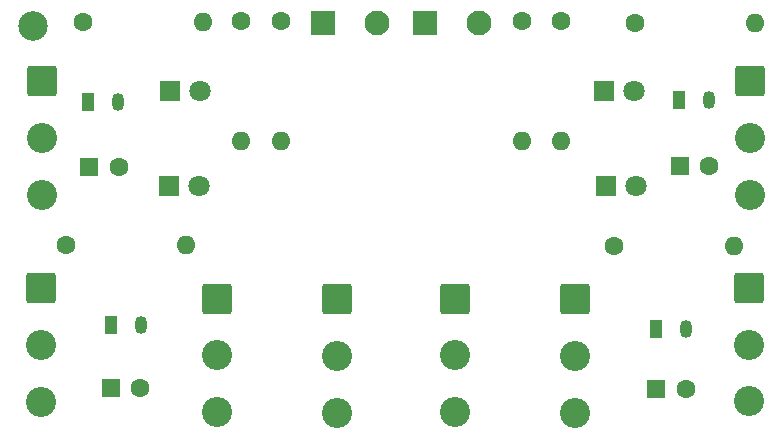
<source format=gbs>
G04 #@! TF.GenerationSoftware,KiCad,Pcbnew,(6.0.2-0)*
G04 #@! TF.CreationDate,2025-10-04T10:08:25-04:00*
G04 #@! TF.ProjectId,Quad_Drone,51756164-5f44-4726-9f6e-652e6b696361,rev?*
G04 #@! TF.SameCoordinates,Original*
G04 #@! TF.FileFunction,Soldermask,Bot*
G04 #@! TF.FilePolarity,Negative*
%FSLAX46Y46*%
G04 Gerber Fmt 4.6, Leading zero omitted, Abs format (unit mm)*
G04 Created by KiCad (PCBNEW (6.0.2-0)) date 2025-10-04 10:08:25*
%MOMM*%
%LPD*%
G01*
G04 APERTURE LIST*
G04 Aperture macros list*
%AMRoundRect*
0 Rectangle with rounded corners*
0 $1 Rounding radius*
0 $2 $3 $4 $5 $6 $7 $8 $9 X,Y pos of 4 corners*
0 Add a 4 corners polygon primitive as box body*
4,1,4,$2,$3,$4,$5,$6,$7,$8,$9,$2,$3,0*
0 Add four circle primitives for the rounded corners*
1,1,$1+$1,$2,$3*
1,1,$1+$1,$4,$5*
1,1,$1+$1,$6,$7*
1,1,$1+$1,$8,$9*
0 Add four rect primitives between the rounded corners*
20,1,$1+$1,$2,$3,$4,$5,0*
20,1,$1+$1,$4,$5,$6,$7,0*
20,1,$1+$1,$6,$7,$8,$9,0*
20,1,$1+$1,$8,$9,$2,$3,0*%
G04 Aperture macros list end*
%ADD10RoundRect,0.250001X-0.799999X-0.799999X0.799999X-0.799999X0.799999X0.799999X-0.799999X0.799999X0*%
%ADD11C,2.100000*%
%ADD12R,1.800000X1.800000*%
%ADD13C,1.800000*%
%ADD14C,2.500000*%
%ADD15R,1.050000X1.500000*%
%ADD16O,1.050000X1.500000*%
%ADD17C,2.550000*%
%ADD18RoundRect,0.249999X-1.025001X1.025001X-1.025001X-1.025001X1.025001X-1.025001X1.025001X1.025001X0*%
%ADD19R,1.600000X1.600000*%
%ADD20C,1.600000*%
%ADD21O,1.600000X1.600000*%
G04 APERTURE END LIST*
D10*
X187750000Y-52500000D03*
D11*
X192350000Y-52500000D03*
X183700000Y-52500000D03*
D10*
X179100000Y-52500000D03*
D12*
X203050000Y-66350000D03*
D13*
X205590000Y-66350000D03*
D12*
X202900000Y-58250000D03*
D13*
X205440000Y-58250000D03*
D12*
X166050000Y-66300000D03*
D13*
X168590000Y-66300000D03*
D12*
X166125000Y-58250000D03*
D13*
X168665000Y-58250000D03*
D14*
X154600000Y-52750000D03*
D15*
X207330000Y-78410000D03*
D16*
X209870000Y-78410000D03*
D15*
X209250000Y-59000000D03*
D16*
X211790000Y-59000000D03*
D15*
X161180000Y-78110000D03*
D16*
X163720000Y-78110000D03*
D15*
X159250000Y-59250000D03*
D16*
X161790000Y-59250000D03*
D17*
X155300000Y-67050000D03*
X155300000Y-62250000D03*
D18*
X155300000Y-57450000D03*
D17*
X155250000Y-84600000D03*
X155250000Y-79800000D03*
D18*
X155250000Y-75000000D03*
D17*
X215300000Y-67050000D03*
X215300000Y-62250000D03*
D18*
X215300000Y-57450000D03*
D17*
X215150000Y-84550000D03*
X215150000Y-79750000D03*
D18*
X215150000Y-74950000D03*
D17*
X190300000Y-85450000D03*
X190300000Y-80650000D03*
D18*
X190300000Y-75850000D03*
D17*
X170150000Y-85450000D03*
X170150000Y-80650000D03*
D18*
X170150000Y-75850000D03*
D17*
X180300000Y-85500000D03*
X180300000Y-80700000D03*
D18*
X180300000Y-75900000D03*
D17*
X200450000Y-85500000D03*
X200450000Y-80700000D03*
D18*
X200450000Y-75900000D03*
D19*
X209314888Y-64590000D03*
D20*
X211814888Y-64590000D03*
X205570000Y-52500000D03*
D21*
X215730000Y-52500000D03*
D20*
X161814888Y-64740000D03*
D19*
X159314888Y-64740000D03*
D20*
X158820000Y-52400000D03*
D21*
X168980000Y-52400000D03*
D20*
X157370000Y-71350000D03*
D21*
X167530000Y-71350000D03*
X172200000Y-62530000D03*
D20*
X172200000Y-52370000D03*
X163644888Y-83400000D03*
D19*
X161144888Y-83400000D03*
D20*
X195950000Y-52320000D03*
D21*
X195950000Y-62480000D03*
X175550000Y-62530000D03*
D20*
X175550000Y-52370000D03*
X203770000Y-71400000D03*
D21*
X213930000Y-71400000D03*
X199300000Y-62480000D03*
D20*
X199300000Y-52320000D03*
X209844888Y-83500000D03*
D19*
X207344888Y-83500000D03*
M02*

</source>
